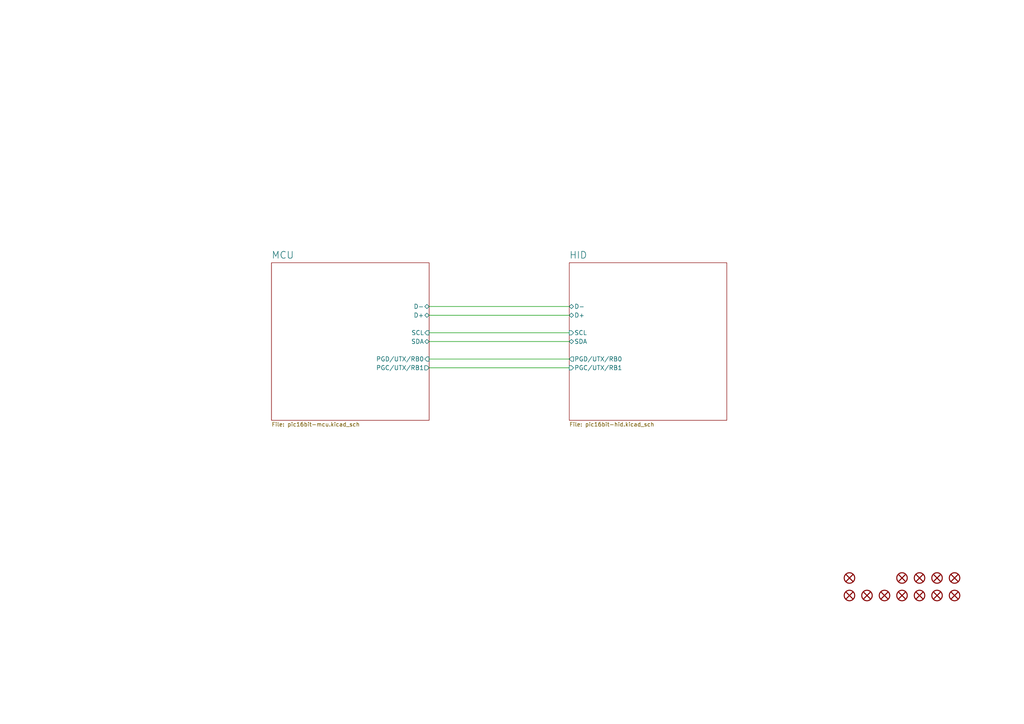
<source format=kicad_sch>
(kicad_sch (version 20211123) (generator eeschema)
  (paper "A4")
  (title_block (title "Diagram") (date "01/2022") (rev "A") (comment 1 "PIC16-Bit Mini Trainer"))
  (lib_symbols
    (symbol "tronixio:HARWIN-JUMPER-0254-06MM-BLACK" (pin_numbers hide) (pin_names (offset 0) hide)
      (symbol "HARWIN-JUMPER-0254-06MM-BLACK_0_1"
        (polyline (pts (xy -1.016 -1.016) (xy 1.016 1.016)) (stroke (width 0.3)))
        (polyline (pts (xy 1.016 -1.016) (xy -1.016 1.016)) (stroke (width 0.3)))
        (circle (center 0 0) (radius 1.524) (stroke (width 0.3)))
      )
    )
    (symbol "tronixio:KEYSTONE-9055" (pin_numbers hide) (pin_names (offset 0) hide)
      (symbol "KEYSTONE-9055_0_1"
        (polyline (pts (xy -1.016 -1.016) (xy 1.016 1.016)) (stroke (width 0.3)))
        (polyline (pts (xy 1.016 -1.016) (xy -1.016 1.016)) (stroke (width 0.3)))
        (circle (center 0 0) (radius 1.524) (stroke (width 0.3)))
      )
    )
    (symbol "tronixio:PE-450-4X6X-BLACK" (pin_numbers hide) (pin_names (offset 0) hide)
      (symbol "PE-450-4X6X-BLACK_0_1"
        (polyline (pts (xy -1.016 -1.016) (xy 1.016 1.016)) (stroke (width 0.3)))
        (polyline (pts (xy 1.016 -1.016) (xy -1.016 1.016)) (stroke (width 0.3)))
        (circle (center 0 0) (radius 1.524) (stroke (width 0.3)))
      )
    )
  )
  (wire (pts (xy 124.46 106.68) (xy 165.1 106.68)))
  (wire (pts (xy 124.46 91.44) (xy 165.1 91.44)))
  (wire (pts (xy 124.46 88.9) (xy 165.1 88.9)))
  (wire (pts (xy 124.46 99.06) (xy 165.1 99.06)))
  (wire (pts (xy 124.46 104.14) (xy 165.1 104.14)))
  (wire (pts (xy 124.46 96.52) (xy 165.1 96.52)))
  (symbol (lib_id "tronixio:HARWIN-JUMPER-0254-06MM-BLACK") (at 256.54 172.72 0) (unit 1)
    (property "Reference" "JP103" (effects hide))
    (property "Value" "HARWIN-JUMPER-0254-06MM-BLACK" (effects hide))
    (property "Footprint" "tronixio:HARWIN-M20-7580-7583" (effects hide))
    (property "Datasheet" "https://cdn.harwin.com/pdfs/M7580-M7583.pdf" (effects hide))
    (property "Mouser" "855-M7582" (effects hide))
  )
  (symbol (lib_id "tronixio:HARWIN-JUMPER-0254-06MM-BLACK") (at 276.86 172.72 0) (unit 1)
    (property "Reference" "JP107" (effects hide))
    (property "Value" "HARWIN-JUMPER-0254-06MM-BLACK" (effects hide))
    (property "Footprint" "tronixio:HARWIN-M20-7580-7583" (effects hide))
    (property "Datasheet" "https://cdn.harwin.com/pdfs/M7580-M7583.pdf" (effects hide))
    (property "Mouser" "855-M7582" (effects hide))
  )
  (symbol (lib_id "tronixio:HARWIN-JUMPER-0254-06MM-BLACK") (at 246.38 172.72 0) (unit 1)
    (property "Reference" "JP101" (effects hide))
    (property "Value" "HARWIN-JUMPER-0254-06MM-BLACK" (effects hide))
    (property "Footprint" "tronixio:HARWIN-M20-7580-7583" (effects hide))
    (property "Datasheet" "https://cdn.harwin.com/pdfs/M7580-M7583.pdf" (effects hide))
    (property "Mouser" "855-M7582" (effects hide))
  )
  (symbol (lib_id "tronixio:PE-450-4X6X-BLACK") (at 246.38 167.64 0) (unit 1)
    (property "Reference" "K101" (effects hide))
    (property "Value" "PE-450-4X6X-BLACK" (effects hide))
    (property "Footprint" "tronixio:PE-450-4X6X" (effects hide))
    (property "Datasheet" "https://www.mouser.fr/datasheet/2/209/EPD-200220-1171146.pdf" (effects hide))
    (property "Mouser" "450-476" (effects hide))
  )
  (symbol (lib_id "tronixio:HARWIN-JUMPER-0254-06MM-BLACK") (at 271.78 172.72 0) (unit 1)
    (property "Reference" "JP106" (effects hide))
    (property "Value" "HARWIN-JUMPER-0254-06MM-BLACK" (effects hide))
    (property "Footprint" "tronixio:HARWIN-M20-7580-7583" (effects hide))
    (property "Datasheet" "https://cdn.harwin.com/pdfs/M7580-M7583.pdf" (effects hide))
    (property "Mouser" "855-M7582" (effects hide))
  )
  (symbol (lib_id "tronixio:KEYSTONE-9055") (at 271.78 167.64 0) (unit 1)
    (property "Reference" "H103" (effects hide))
    (property "Value" "KEYSTONE-9055" (effects hide))
    (property "Footprint" "tronixio:KEYSTONE-9055" (effects hide))
    (property "Datasheet" "https://www.keyelco.com/product-pdf.cfm?p=9757" (effects hide))
    (property "Mouser" "534-9055" (effects hide))
  )
  (symbol (lib_id "tronixio:HARWIN-JUMPER-0254-06MM-BLACK") (at 251.46 172.72 0) (unit 1)
    (property "Reference" "JP102" (effects hide))
    (property "Value" "HARWIN-JUMPER-0254-06MM-BLACK" (effects hide))
    (property "Footprint" "tronixio:HARWIN-M20-7580-7583" (effects hide))
    (property "Datasheet" "https://cdn.harwin.com/pdfs/M7580-M7583.pdf" (effects hide))
    (property "Mouser" "855-M7582" (effects hide))
  )
  (symbol (lib_id "tronixio:KEYSTONE-9055") (at 261.62 167.64 0) (unit 1)
    (property "Reference" "H101" (effects hide))
    (property "Value" "KEYSTONE-9055" (effects hide))
    (property "Footprint" "tronixio:KEYSTONE-9055" (effects hide))
    (property "Datasheet" "https://www.keyelco.com/product-pdf.cfm?p=9757" (effects hide))
    (property "Mouser" "534-9055" (effects hide))
  )
  (symbol (lib_id "tronixio:HARWIN-JUMPER-0254-06MM-BLACK") (at 266.7 172.72 0) (unit 1)
    (property "Reference" "JP105" (effects hide))
    (property "Value" "HARWIN-JUMPER-0254-06MM-BLACK" (effects hide))
    (property "Footprint" "tronixio:HARWIN-M20-7580-7583" (effects hide))
    (property "Datasheet" "https://cdn.harwin.com/pdfs/M7580-M7583.pdf" (effects hide))
    (property "Mouser" "855-M7582" (effects hide))
  )
  (symbol (lib_id "tronixio:HARWIN-JUMPER-0254-06MM-BLACK") (at 261.62 172.72 0) (unit 1)
    (property "Reference" "JP104" (effects hide))
    (property "Value" "HARWIN-JUMPER-0254-06MM-BLACK" (effects hide))
    (property "Footprint" "tronixio:HARWIN-M20-7580-7583" (effects hide))
    (property "Datasheet" "https://cdn.harwin.com/pdfs/M7580-M7583.pdf" (effects hide))
    (property "Mouser" "855-M7582" (effects hide))
  )
  (symbol (lib_id "tronixio:KEYSTONE-9055") (at 266.7 167.64 0) (unit 1)
    (property "Reference" "H102" (effects hide))
    (property "Value" "KEYSTONE-9055" (effects hide))
    (property "Footprint" "tronixio:KEYSTONE-9055" (effects hide))
    (property "Datasheet" "https://www.keyelco.com/product-pdf.cfm?p=9757" (effects hide))
    (property "Mouser" "534-9055" (effects hide))
  )
  (symbol (lib_id "tronixio:KEYSTONE-9055") (at 276.86 167.64 0) (unit 1)
    (property "Reference" "H104" (effects hide))
    (property "Value" "KEYSTONE-9055" (effects hide))
    (property "Footprint" "tronixio:KEYSTONE-9055" (effects hide))
    (property "Datasheet" "https://www.keyelco.com/product-pdf.cfm?p=9757" (effects hide))
    (property "Mouser" "534-9055" (effects hide))
  )
  (sheet (at 78.74 76.2) (size 45.72 45.72) (stroke (width 0.1))
    (property "Sheet name" "MCU" (at 78.74 75.1496 0) (effects (font (size 2 2)) (justify left bottom)))
    (property "Sheet file" "pic16bit-mcu.kicad_sch" (at 78.74 122.4304 0) (effects (font (size 1.15 1.15)) (justify left top)))
    (pin "SDA" bidirectional (at 124.46 99.06 0))
    (pin "SCL" input (at 124.46 96.52 0))
    (pin "D-" bidirectional (at 124.46 88.9 0))
    (pin "D+" bidirectional (at 124.46 91.44 0))
    (pin "PGD{slash}UTX{slash}RB0" input (at 124.46 104.14 0))
    (pin "PGC{slash}UTX{slash}RB1" output (at 124.46 106.68 0))
  )
  (sheet (at 165.1 76.2) (size 45.72 45.72) (stroke (width 0.1))
    (property "Sheet name" "HID" (at 165.1 75.1496 0) (effects (font (size 2 2)) (justify left bottom)))
    (property "Sheet file" "pic16bit-hid.kicad_sch" (at 165.1 122.4304 0) (effects (font (size 1.15 1.15)) (justify left top)))
    (pin "SCL" input (at 165.1 96.52 180))
    (pin "SDA" bidirectional (at 165.1 99.06 180))
    (pin "D+" bidirectional (at 165.1 91.44 180))
    (pin "D-" bidirectional (at 165.1 88.9 180))
    (pin "PGD{slash}UTX{slash}RB0" output (at 165.1 104.14 180))
    (pin "PGC{slash}UTX{slash}RB1" input (at 165.1 106.68 180))
  )
)
</source>
